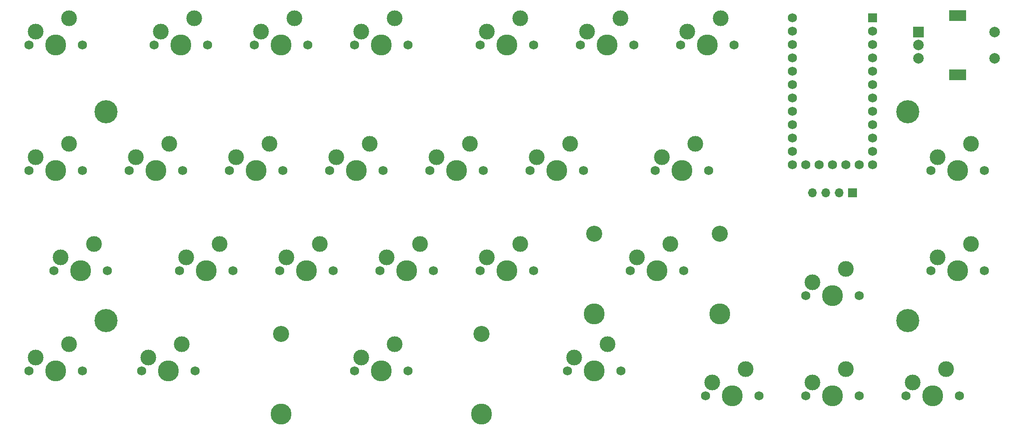
<source format=gts>
G04 #@! TF.GenerationSoftware,KiCad,Pcbnew,(6.0.1-0)*
G04 #@! TF.CreationDate,2022-06-20T08:18:33-07:00*
G04 #@! TF.ProjectId,pcb,7063622e-6b69-4636-9164-5f7063625858,rev?*
G04 #@! TF.SameCoordinates,Original*
G04 #@! TF.FileFunction,Soldermask,Top*
G04 #@! TF.FilePolarity,Negative*
%FSLAX46Y46*%
G04 Gerber Fmt 4.6, Leading zero omitted, Abs format (unit mm)*
G04 Created by KiCad (PCBNEW (6.0.1-0)) date 2022-06-20 08:18:33*
%MOMM*%
%LPD*%
G01*
G04 APERTURE LIST*
%ADD10C,3.000000*%
%ADD11C,3.987800*%
%ADD12C,1.750000*%
%ADD13C,4.400000*%
%ADD14R,2.000000X2.000000*%
%ADD15C,2.000000*%
%ADD16R,3.200000X2.000000*%
%ADD17C,3.048000*%
%ADD18R,1.700000X1.700000*%
%ADD19O,1.700000X1.700000*%
%ADD20R,1.752600X1.752600*%
%ADD21C,1.752600*%
G04 APERTURE END LIST*
D10*
X58102500Y-45085000D03*
X64452500Y-42545000D03*
D11*
X61912500Y-47625000D03*
D12*
X56832500Y-47625000D03*
X66992500Y-47625000D03*
D13*
X33337500Y-76200000D03*
D10*
X93027500Y-61595000D03*
D12*
X95567500Y-66675000D03*
D11*
X90487500Y-66675000D03*
D12*
X85407500Y-66675000D03*
D10*
X86677500Y-64135000D03*
X50165000Y-18732500D03*
D11*
X47625000Y-23812500D03*
D10*
X43815000Y-21272500D03*
D12*
X52705000Y-23812500D03*
X42545000Y-23812500D03*
D10*
X48577500Y-64135000D03*
D12*
X47307500Y-66675000D03*
D11*
X52387500Y-66675000D03*
D12*
X57467500Y-66675000D03*
D10*
X54927500Y-61595000D03*
D13*
X185737500Y-36512500D03*
D12*
X114617500Y-23812500D03*
D10*
X105727500Y-21272500D03*
D11*
X109537500Y-23812500D03*
D12*
X104457500Y-23812500D03*
D10*
X112077500Y-18732500D03*
D14*
X187768750Y-21312500D03*
D15*
X187768750Y-26312500D03*
X187768750Y-23812500D03*
D16*
X195268750Y-29412500D03*
X195268750Y-18212500D03*
D15*
X202268750Y-26312500D03*
X202268750Y-21312500D03*
D10*
X20002500Y-45085000D03*
D12*
X18732500Y-47625000D03*
X28892500Y-47625000D03*
D10*
X26352500Y-42545000D03*
D11*
X23812500Y-47625000D03*
X71437500Y-66675000D03*
D12*
X66357500Y-66675000D03*
D10*
X67627500Y-64135000D03*
D12*
X76517500Y-66675000D03*
D10*
X73977500Y-61595000D03*
D11*
X85725000Y-85725000D03*
D12*
X90805000Y-85725000D03*
D11*
X66675000Y-93980000D03*
D10*
X88265000Y-80645000D03*
D17*
X66675000Y-78740000D03*
D12*
X80645000Y-85725000D03*
D10*
X81915000Y-83185000D03*
D11*
X104775000Y-93980000D03*
D17*
X104775000Y-78740000D03*
D11*
X85725000Y-23812500D03*
D12*
X80645000Y-23812500D03*
D10*
X81915000Y-21272500D03*
X88265000Y-18732500D03*
D12*
X90805000Y-23812500D03*
X114617500Y-66675000D03*
D10*
X105727500Y-64135000D03*
D11*
X109537500Y-66675000D03*
D10*
X112077500Y-61595000D03*
D12*
X104457500Y-66675000D03*
X185420000Y-90487500D03*
D10*
X193040000Y-85407500D03*
X186690000Y-87947500D03*
D12*
X195580000Y-90487500D03*
D11*
X190500000Y-90487500D03*
D10*
X83502500Y-42545000D03*
D11*
X80962500Y-47625000D03*
D10*
X77152500Y-45085000D03*
D12*
X75882500Y-47625000D03*
X86042500Y-47625000D03*
D13*
X185737500Y-76200000D03*
D10*
X62865000Y-21272500D03*
D11*
X66675000Y-23812500D03*
D10*
X69215000Y-18732500D03*
D12*
X61595000Y-23812500D03*
X71755000Y-23812500D03*
D10*
X197802500Y-42545000D03*
D11*
X195262500Y-47625000D03*
D12*
X190182500Y-47625000D03*
D10*
X191452500Y-45085000D03*
D12*
X200342500Y-47625000D03*
D10*
X145415000Y-42545000D03*
D12*
X137795000Y-47625000D03*
D11*
X142875000Y-47625000D03*
D10*
X139065000Y-45085000D03*
D12*
X147955000Y-47625000D03*
X105092500Y-47625000D03*
X94932500Y-47625000D03*
D10*
X102552500Y-42545000D03*
X96202500Y-45085000D03*
D11*
X100012500Y-47625000D03*
D12*
X47942500Y-47625000D03*
D10*
X39052500Y-45085000D03*
D11*
X42862500Y-47625000D03*
D10*
X45402500Y-42545000D03*
D12*
X37782500Y-47625000D03*
X131286250Y-85725000D03*
D10*
X128746250Y-80645000D03*
D12*
X121126250Y-85725000D03*
D11*
X126206250Y-85725000D03*
D10*
X122396250Y-83185000D03*
D11*
X23812500Y-23812500D03*
D10*
X26352500Y-18732500D03*
D12*
X18732500Y-23812500D03*
D10*
X20002500Y-21272500D03*
D12*
X28892500Y-23812500D03*
D10*
X150177500Y-18732500D03*
D12*
X142557500Y-23812500D03*
D11*
X147637500Y-23812500D03*
D10*
X143827500Y-21272500D03*
D12*
X152717500Y-23812500D03*
D10*
X20002500Y-83185000D03*
X26352500Y-80645000D03*
D12*
X18732500Y-85725000D03*
X28892500Y-85725000D03*
D11*
X23812500Y-85725000D03*
D10*
X167640000Y-87947500D03*
X173990000Y-85407500D03*
D11*
X171450000Y-90487500D03*
D12*
X176530000Y-90487500D03*
X166370000Y-90487500D03*
X147320000Y-90487500D03*
D10*
X154940000Y-85407500D03*
X148590000Y-87947500D03*
D11*
X152400000Y-90487500D03*
D12*
X157480000Y-90487500D03*
D10*
X115252500Y-45085000D03*
D11*
X119062500Y-47625000D03*
D10*
X121602500Y-42545000D03*
D12*
X124142500Y-47625000D03*
X113982500Y-47625000D03*
X190182500Y-66675000D03*
X200342500Y-66675000D03*
D11*
X195262500Y-66675000D03*
D10*
X197802500Y-61595000D03*
X191452500Y-64135000D03*
X131127500Y-18732500D03*
D11*
X128587500Y-23812500D03*
D10*
X124777500Y-21272500D03*
D12*
X123507500Y-23812500D03*
X133667500Y-23812500D03*
X143192500Y-66675000D03*
D11*
X138112500Y-66675000D03*
D12*
X133032500Y-66675000D03*
D11*
X150050500Y-74930000D03*
X126174500Y-74930000D03*
D10*
X134302500Y-64135000D03*
D17*
X150050500Y-59690000D03*
X126174500Y-59690000D03*
D10*
X140652500Y-61595000D03*
D11*
X45243750Y-85725000D03*
D12*
X40163750Y-85725000D03*
D10*
X41433750Y-83185000D03*
X47783750Y-80645000D03*
D12*
X50323750Y-85725000D03*
D18*
X175260000Y-51885750D03*
D19*
X172720000Y-51885750D03*
X170180000Y-51885750D03*
X167640000Y-51885750D03*
D12*
X176530000Y-71437500D03*
D11*
X171450000Y-71437500D03*
D12*
X166370000Y-71437500D03*
D10*
X167640000Y-68897500D03*
X173990000Y-66357500D03*
D11*
X28575000Y-66675000D03*
D10*
X31115000Y-61595000D03*
D12*
X23495000Y-66675000D03*
X33655000Y-66675000D03*
D10*
X24765000Y-64135000D03*
D13*
X33337500Y-36512500D03*
D20*
X179070000Y-18573750D03*
D21*
X179070000Y-21113750D03*
X179070000Y-23653750D03*
X179070000Y-26193750D03*
X179070000Y-28733750D03*
X179070000Y-31273750D03*
X179070000Y-33813750D03*
X179070000Y-36353750D03*
X179070000Y-38893750D03*
X179070000Y-41433750D03*
X179070000Y-43973750D03*
X179070000Y-46513750D03*
X163830000Y-46513750D03*
X163830000Y-43973750D03*
X163830000Y-41433750D03*
X163830000Y-38893750D03*
X163830000Y-36353750D03*
X163830000Y-33813750D03*
X163830000Y-31273750D03*
X163830000Y-28733750D03*
X163830000Y-26193750D03*
X163830000Y-23653750D03*
X163830000Y-21113750D03*
X163830000Y-18573750D03*
X176530000Y-46513750D03*
X173990000Y-46513750D03*
X171450000Y-46513750D03*
X168910000Y-46513750D03*
X166370000Y-46513750D03*
M02*

</source>
